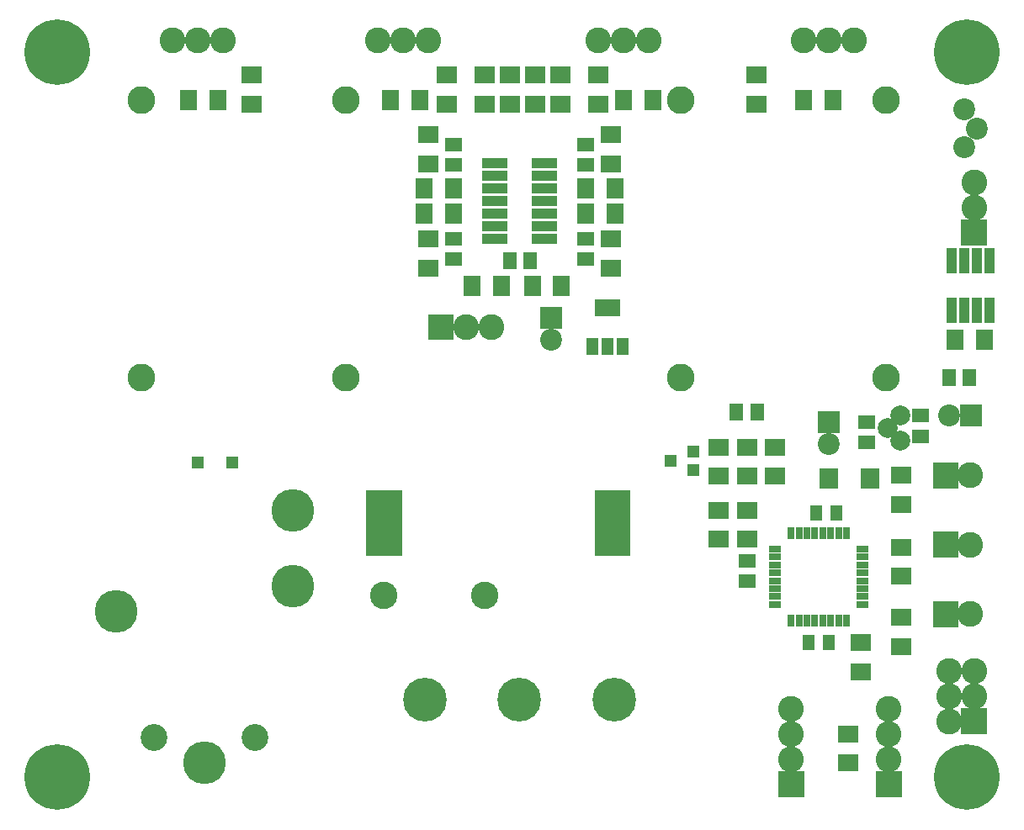
<source format=gbr>
%FSLAX34Y34*%
%MOMM*%
%LNSOLDERMASK_TOP*%
G71*
G01*
%ADD10C, 4.300*%
%ADD11C, 2.700*%
%ADD12C, 2.600*%
%ADD13C, 2.800*%
%ADD14C, 2.200*%
%ADD15R, 2.600X1.000*%
%ADD16C, 2.600*%
%ADD17R, 1.200X1.800*%
%ADD18R, 2.600X1.800*%
%ADD19C, 4.400*%
%ADD20C, 2.760*%
%ADD21R, 1.400X1.700*%
%ADD22R, 0.700X1.200*%
%ADD23R, 1.200X0.700*%
%ADD24C, 2.000*%
%ADD25R, 1.700X1.400*%
%ADD26R, 1.300X1.600*%
%ADD27R, 1.300X1.300*%
%ADD28R, 1.200X1.220*%
%ADD29R, 1.000X2.600*%
%ADD30R, 1.900X2.000*%
%ADD31R, 2.000X1.700*%
%ADD32R, 1.700X2.000*%
%ADD33C, 6.600*%
%LPD*%
X431800Y384050D02*
G54D10*
D03*
X431800Y307850D02*
G54D10*
D03*
X254000Y282450D02*
G54D10*
D03*
X342900Y130050D02*
G54D10*
D03*
X393700Y155450D02*
G54D11*
D03*
X292100Y155450D02*
G54D11*
D03*
X311150Y857125D02*
G54D12*
D03*
X336550Y857125D02*
G54D12*
D03*
X361950Y857125D02*
G54D12*
D03*
X279400Y796800D02*
G54D13*
D03*
X279400Y517400D02*
G54D13*
D03*
X485775Y796800D02*
G54D13*
D03*
X485775Y517400D02*
G54D13*
D03*
X822325Y796800D02*
G54D13*
D03*
X822325Y517400D02*
G54D13*
D03*
X1028700Y796800D02*
G54D13*
D03*
X1028700Y517400D02*
G54D13*
D03*
X517525Y857125D02*
G54D12*
D03*
X542925Y857125D02*
G54D12*
D03*
X568325Y857125D02*
G54D12*
D03*
X739775Y857125D02*
G54D12*
D03*
X765175Y857125D02*
G54D12*
D03*
X790575Y857125D02*
G54D12*
D03*
X946150Y857125D02*
G54D12*
D03*
X971550Y857125D02*
G54D12*
D03*
X996950Y857125D02*
G54D12*
D03*
X1108075Y787275D02*
G54D14*
D03*
X1120775Y768225D02*
G54D14*
D03*
X1108075Y749175D02*
G54D14*
D03*
G36*
X1125425Y468300D02*
X1103425Y468300D01*
X1103425Y490300D01*
X1125425Y490300D01*
X1125425Y468300D01*
G37*
X1092200Y479300D02*
G54D14*
D03*
X635000Y733300D02*
G54D15*
D03*
X635000Y720600D02*
G54D15*
D03*
X635000Y707900D02*
G54D15*
D03*
X635000Y695200D02*
G54D15*
D03*
X635000Y682500D02*
G54D15*
D03*
X635000Y669800D02*
G54D15*
D03*
X635000Y657100D02*
G54D15*
D03*
X685000Y657100D02*
G54D15*
D03*
X685000Y669800D02*
G54D15*
D03*
X685000Y682500D02*
G54D15*
D03*
X685000Y695200D02*
G54D15*
D03*
X685000Y707900D02*
G54D15*
D03*
X685000Y720600D02*
G54D15*
D03*
X685000Y733300D02*
G54D15*
D03*
G36*
X568025Y581200D02*
X594025Y581200D01*
X594025Y555200D01*
X568025Y555200D01*
X568025Y581200D01*
G37*
X606425Y568200D02*
G54D16*
D03*
X631825Y568200D02*
G54D16*
D03*
X733425Y549150D02*
G54D17*
D03*
X748525Y549150D02*
G54D17*
D03*
X763625Y549150D02*
G54D17*
D03*
X748525Y588050D02*
G54D18*
D03*
X565150Y193550D02*
G54D19*
D03*
X660150Y193550D02*
G54D19*
D03*
X755150Y193550D02*
G54D19*
D03*
G36*
X505875Y404350D02*
X541875Y404350D01*
X541875Y338350D01*
X505875Y338350D01*
X505875Y404350D01*
G37*
G36*
X735875Y404350D02*
X771875Y404350D01*
X771875Y338350D01*
X735875Y338350D01*
X735875Y404350D01*
G37*
X625475Y298325D02*
G54D20*
D03*
X523875Y298325D02*
G54D20*
D03*
G36*
X1076025Y362125D02*
X1102025Y362125D01*
X1102025Y336125D01*
X1076025Y336125D01*
X1076025Y362125D01*
G37*
X1114025Y349125D02*
G54D16*
D03*
G36*
X1076025Y431975D02*
X1102025Y431975D01*
X1102025Y405975D01*
X1076025Y405975D01*
X1076025Y431975D01*
G37*
X1114025Y418975D02*
G54D16*
D03*
G36*
X1076025Y292275D02*
X1102025Y292275D01*
X1102025Y266275D01*
X1076025Y266275D01*
X1076025Y292275D01*
G37*
X1114025Y279275D02*
G54D16*
D03*
X1092200Y517400D02*
G54D21*
D03*
X1112800Y517400D02*
G54D21*
D03*
G36*
X703150Y588725D02*
X703150Y566725D01*
X681150Y566725D01*
X681150Y588725D01*
X703150Y588725D01*
G37*
X692150Y555500D02*
G54D14*
D03*
X933450Y272925D02*
G54D22*
D03*
X941450Y272925D02*
G54D22*
D03*
X949450Y272925D02*
G54D22*
D03*
X957450Y272925D02*
G54D22*
D03*
X965450Y272925D02*
G54D22*
D03*
X973450Y272925D02*
G54D22*
D03*
X981450Y272925D02*
G54D22*
D03*
X989450Y272925D02*
G54D22*
D03*
X933450Y360925D02*
G54D22*
D03*
X941450Y360925D02*
G54D22*
D03*
X949450Y360925D02*
G54D22*
D03*
X957450Y360925D02*
G54D22*
D03*
X965450Y360925D02*
G54D22*
D03*
X973450Y360925D02*
G54D22*
D03*
X981450Y360925D02*
G54D22*
D03*
X989450Y360925D02*
G54D22*
D03*
X1005450Y288925D02*
G54D23*
D03*
X1005450Y296925D02*
G54D23*
D03*
X1005450Y304925D02*
G54D23*
D03*
X1005450Y312925D02*
G54D23*
D03*
X1005450Y320925D02*
G54D23*
D03*
X1005450Y328925D02*
G54D23*
D03*
X1005450Y336925D02*
G54D23*
D03*
X1005450Y344925D02*
G54D23*
D03*
X917450Y288925D02*
G54D23*
D03*
X917450Y296925D02*
G54D23*
D03*
X917450Y304925D02*
G54D23*
D03*
X917450Y312925D02*
G54D23*
D03*
X917450Y320925D02*
G54D23*
D03*
X917450Y328925D02*
G54D23*
D03*
X917450Y336925D02*
G54D23*
D03*
X917450Y344925D02*
G54D23*
D03*
X1042988Y453900D02*
G54D24*
D03*
X1030288Y466600D02*
G54D24*
D03*
X1042988Y479300D02*
G54D24*
D03*
G36*
X982550Y483950D02*
X982550Y461950D01*
X960550Y461950D01*
X960550Y483950D01*
X982550Y483950D01*
G37*
X971550Y450725D02*
G54D14*
D03*
X1063625Y458345D02*
G54D25*
D03*
X1063625Y478945D02*
G54D25*
D03*
X1009650Y472950D02*
G54D25*
D03*
X1009650Y452350D02*
G54D25*
D03*
X950912Y250700D02*
G54D26*
D03*
X971512Y250700D02*
G54D26*
D03*
X958850Y380875D02*
G54D26*
D03*
X979450Y380875D02*
G54D26*
D03*
G36*
X1104600Y650450D02*
X1104600Y676450D01*
X1130600Y676450D01*
X1130600Y650450D01*
X1104600Y650450D01*
G37*
X1117600Y688850D02*
G54D16*
D03*
X1117600Y714250D02*
G54D16*
D03*
G36*
X920450Y94825D02*
X920450Y120825D01*
X946450Y120825D01*
X946450Y94825D01*
X920450Y94825D01*
G37*
X933450Y133225D02*
G54D16*
D03*
X933450Y158625D02*
G54D16*
D03*
X933450Y184025D02*
G54D16*
D03*
G36*
X1130600Y158325D02*
X1104600Y158325D01*
X1104600Y184325D01*
X1130600Y184325D01*
X1130600Y158325D01*
G37*
X1092200Y171325D02*
G54D12*
D03*
X1117600Y196725D02*
G54D12*
D03*
X1092200Y196725D02*
G54D12*
D03*
X1117600Y222125D02*
G54D12*
D03*
X1092200Y222125D02*
G54D12*
D03*
X834813Y442943D02*
G54D27*
D03*
X834813Y423943D02*
G54D27*
D03*
X812613Y433443D02*
G54D27*
D03*
X371475Y431675D02*
G54D28*
D03*
X336575Y431675D02*
G54D28*
D03*
X1095375Y584875D02*
G54D29*
D03*
X1108075Y584875D02*
G54D29*
D03*
X1120775Y584875D02*
G54D29*
D03*
X1133475Y584875D02*
G54D29*
D03*
X1133475Y634875D02*
G54D29*
D03*
X1120775Y634875D02*
G54D29*
D03*
X1108075Y634875D02*
G54D29*
D03*
X1095375Y634875D02*
G54D29*
D03*
X1012825Y415800D02*
G54D30*
D03*
X971550Y415800D02*
G54D30*
D03*
G36*
X1018875Y94825D02*
X1018875Y120825D01*
X1044875Y120825D01*
X1044875Y94825D01*
X1018875Y94825D01*
G37*
X1031875Y133225D02*
G54D16*
D03*
X1031875Y158625D02*
G54D16*
D03*
X1031875Y184025D02*
G54D16*
D03*
X878522Y482475D02*
G54D21*
D03*
X899122Y482475D02*
G54D21*
D03*
X889000Y447550D02*
G54D31*
D03*
X889000Y418182D02*
G54D31*
D03*
X917575Y447550D02*
G54D31*
D03*
X917575Y418182D02*
G54D31*
D03*
X889000Y384050D02*
G54D31*
D03*
X889000Y354682D02*
G54D31*
D03*
X889000Y312650D02*
G54D25*
D03*
X889000Y333250D02*
G54D25*
D03*
X860425Y384050D02*
G54D31*
D03*
X860425Y354682D02*
G54D31*
D03*
X860425Y447550D02*
G54D31*
D03*
X860425Y418182D02*
G54D31*
D03*
X1003300Y250700D02*
G54D31*
D03*
X1003300Y221332D02*
G54D31*
D03*
X1044575Y276100D02*
G54D31*
D03*
X1044575Y246732D02*
G54D31*
D03*
X1044634Y346779D02*
G54D31*
D03*
X1044634Y317411D02*
G54D31*
D03*
X1044575Y418975D02*
G54D31*
D03*
X1044575Y389607D02*
G54D31*
D03*
X1098550Y555500D02*
G54D32*
D03*
X1127918Y555500D02*
G54D32*
D03*
X898525Y822200D02*
G54D31*
D03*
X898525Y792832D02*
G54D31*
D03*
X946186Y796741D02*
G54D32*
D03*
X975554Y796741D02*
G54D32*
D03*
X765175Y796800D02*
G54D32*
D03*
X794543Y796800D02*
G54D32*
D03*
X739775Y822200D02*
G54D31*
D03*
X739775Y792832D02*
G54D31*
D03*
X587375Y822200D02*
G54D31*
D03*
X587375Y792832D02*
G54D31*
D03*
X530262Y796741D02*
G54D32*
D03*
X559629Y796741D02*
G54D32*
D03*
X327061Y796741D02*
G54D32*
D03*
X356429Y796741D02*
G54D32*
D03*
X390525Y822200D02*
G54D31*
D03*
X390525Y792832D02*
G54D31*
D03*
X568266Y761839D02*
G54D31*
D03*
X568266Y732471D02*
G54D31*
D03*
X568325Y657100D02*
G54D31*
D03*
X568325Y627732D02*
G54D31*
D03*
X752475Y657100D02*
G54D31*
D03*
X752475Y627732D02*
G54D31*
D03*
X752416Y761839D02*
G54D31*
D03*
X752416Y732471D02*
G54D31*
D03*
X564321Y707959D02*
G54D32*
D03*
X593689Y707959D02*
G54D32*
D03*
X564321Y682559D02*
G54D32*
D03*
X593689Y682559D02*
G54D32*
D03*
X727111Y707841D02*
G54D32*
D03*
X756479Y707841D02*
G54D32*
D03*
X727111Y682441D02*
G54D32*
D03*
X756479Y682441D02*
G54D32*
D03*
X625475Y822200D02*
G54D31*
D03*
X625475Y792832D02*
G54D31*
D03*
X650875Y822200D02*
G54D31*
D03*
X650875Y792832D02*
G54D31*
D03*
X676275Y822200D02*
G54D31*
D03*
X676275Y792832D02*
G54D31*
D03*
X701675Y822200D02*
G54D31*
D03*
X701675Y792832D02*
G54D31*
D03*
X593725Y752350D02*
G54D25*
D03*
X593725Y731750D02*
G54D25*
D03*
X593725Y657100D02*
G54D25*
D03*
X593725Y636500D02*
G54D25*
D03*
X727075Y752350D02*
G54D25*
D03*
X727075Y731750D02*
G54D25*
D03*
X727075Y657100D02*
G54D25*
D03*
X727075Y636500D02*
G54D25*
D03*
X670840Y634875D02*
G54D21*
D03*
X650240Y634875D02*
G54D21*
D03*
X612775Y609475D02*
G54D32*
D03*
X642143Y609475D02*
G54D32*
D03*
X673136Y609416D02*
G54D32*
D03*
X702504Y609416D02*
G54D32*
D03*
X990600Y158625D02*
G54D31*
D03*
X990600Y129257D02*
G54D31*
D03*
X195000Y845000D02*
G54D33*
D03*
X195000Y115000D02*
G54D33*
D03*
X1110000Y115000D02*
G54D33*
D03*
X1110000Y845000D02*
G54D33*
D03*
M02*

</source>
